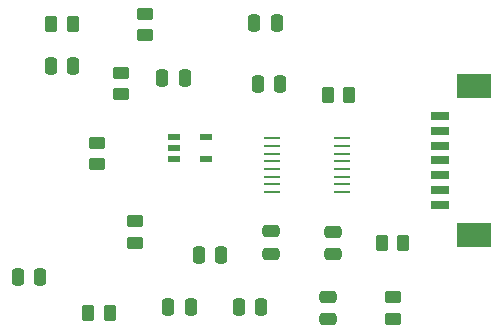
<source format=gtp>
G04 #@! TF.GenerationSoftware,KiCad,Pcbnew,8.0.6*
G04 #@! TF.CreationDate,2025-01-26T18:36:01-05:00*
G04 #@! TF.ProjectId,Mic_Board_Omni_NEW,4d69635f-426f-4617-9264-5f4f6d6e695f,rev?*
G04 #@! TF.SameCoordinates,Original*
G04 #@! TF.FileFunction,Paste,Top*
G04 #@! TF.FilePolarity,Positive*
%FSLAX46Y46*%
G04 Gerber Fmt 4.6, Leading zero omitted, Abs format (unit mm)*
G04 Created by KiCad (PCBNEW 8.0.6) date 2025-01-26 18:36:01*
%MOMM*%
%LPD*%
G01*
G04 APERTURE LIST*
G04 Aperture macros list*
%AMRoundRect*
0 Rectangle with rounded corners*
0 $1 Rounding radius*
0 $2 $3 $4 $5 $6 $7 $8 $9 X,Y pos of 4 corners*
0 Add a 4 corners polygon primitive as box body*
4,1,4,$2,$3,$4,$5,$6,$7,$8,$9,$2,$3,0*
0 Add four circle primitives for the rounded corners*
1,1,$1+$1,$2,$3*
1,1,$1+$1,$4,$5*
1,1,$1+$1,$6,$7*
1,1,$1+$1,$8,$9*
0 Add four rect primitives between the rounded corners*
20,1,$1+$1,$2,$3,$4,$5,0*
20,1,$1+$1,$4,$5,$6,$7,0*
20,1,$1+$1,$6,$7,$8,$9,0*
20,1,$1+$1,$8,$9,$2,$3,0*%
G04 Aperture macros list end*
%ADD10R,1.409700X0.279400*%
%ADD11RoundRect,0.250000X0.450000X-0.262500X0.450000X0.262500X-0.450000X0.262500X-0.450000X-0.262500X0*%
%ADD12RoundRect,0.250000X0.475000X-0.250000X0.475000X0.250000X-0.475000X0.250000X-0.475000X-0.250000X0*%
%ADD13RoundRect,0.250000X-0.262500X-0.450000X0.262500X-0.450000X0.262500X0.450000X-0.262500X0.450000X0*%
%ADD14R,0.977900X0.508000*%
%ADD15RoundRect,0.250000X-0.475000X0.250000X-0.475000X-0.250000X0.475000X-0.250000X0.475000X0.250000X0*%
%ADD16RoundRect,0.250000X0.250000X0.475000X-0.250000X0.475000X-0.250000X-0.475000X0.250000X-0.475000X0*%
%ADD17RoundRect,0.250000X-0.250000X-0.475000X0.250000X-0.475000X0.250000X0.475000X-0.250000X0.475000X0*%
%ADD18R,1.600000X0.800000*%
%ADD19R,3.000000X2.100000*%
G04 APERTURE END LIST*
D10*
X158777750Y-79625003D03*
X158777750Y-80275001D03*
X158777750Y-80925003D03*
X158777750Y-81575001D03*
X158777750Y-82225000D03*
X158777750Y-82875001D03*
X158777750Y-83525000D03*
X158777750Y-84175001D03*
X164683250Y-84175001D03*
X164683250Y-83525003D03*
X164683250Y-82875001D03*
X164683250Y-82225003D03*
X164683250Y-81575004D03*
X164683250Y-80925003D03*
X164683250Y-80275004D03*
X164683250Y-79625003D03*
D11*
X144000000Y-81825000D03*
X144000000Y-80000000D03*
D12*
X158730500Y-89400002D03*
X158730500Y-87500002D03*
D13*
X143230500Y-94400002D03*
X145055500Y-94400002D03*
D11*
X146000000Y-75912500D03*
X146000000Y-74087500D03*
D14*
X150500000Y-79500000D03*
X150500000Y-80450001D03*
X150500000Y-81400002D03*
X153230500Y-81400002D03*
X153230500Y-79500000D03*
D13*
X168087500Y-88500000D03*
X169912500Y-88500000D03*
D15*
X163500000Y-93050000D03*
X163500000Y-94950000D03*
D16*
X157900000Y-93900002D03*
X156000000Y-93900002D03*
D13*
X163500000Y-76000000D03*
X165325000Y-76000000D03*
D17*
X137280500Y-91400002D03*
X139180500Y-91400002D03*
X157600000Y-75000000D03*
X159500000Y-75000000D03*
D12*
X164000000Y-89450000D03*
X164000000Y-87550000D03*
D11*
X147230500Y-88500000D03*
X147230500Y-86675000D03*
D13*
X140087500Y-70000000D03*
X141912500Y-70000000D03*
D17*
X152600000Y-89500000D03*
X154500000Y-89500000D03*
D18*
X173000000Y-85250000D03*
X173000000Y-84000000D03*
X173000000Y-82750000D03*
X173000000Y-81500000D03*
X173000000Y-80250000D03*
X173000000Y-79000000D03*
X173000000Y-77750000D03*
D19*
X175900000Y-87800000D03*
X175900000Y-75200000D03*
D11*
X148000000Y-70912500D03*
X148000000Y-69087500D03*
D17*
X157280500Y-69900002D03*
X159180500Y-69900002D03*
D11*
X169000000Y-94912500D03*
X169000000Y-93087500D03*
D16*
X151400000Y-74500000D03*
X149500000Y-74500000D03*
X141950000Y-73500000D03*
X140050000Y-73500000D03*
X151900000Y-93900002D03*
X150000000Y-93900002D03*
M02*

</source>
